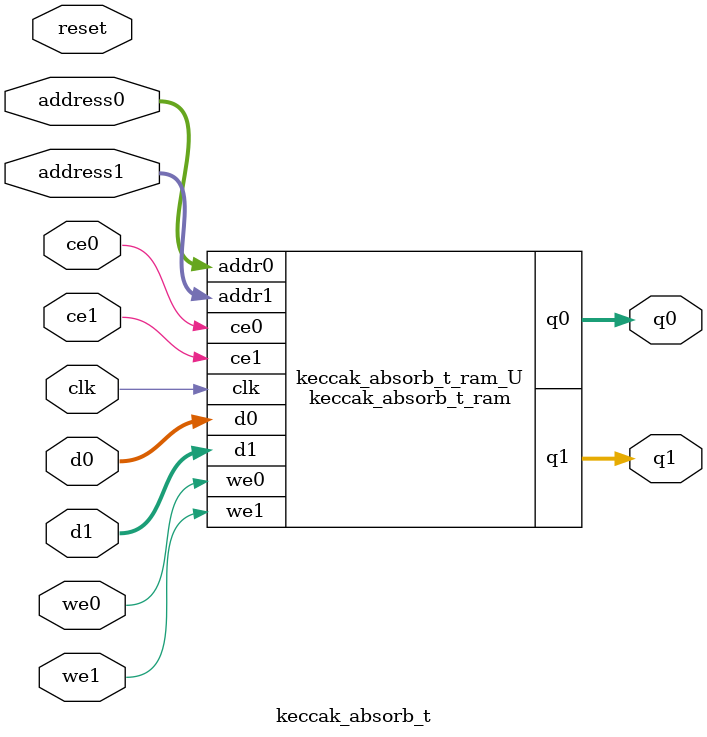
<source format=v>
`timescale 1 ns / 1 ps
module keccak_absorb_t_ram (addr0, ce0, d0, we0, q0, addr1, ce1, d1, we1, q1,  clk);

parameter DWIDTH = 8;
parameter AWIDTH = 8;
parameter MEM_SIZE = 200;

input[AWIDTH-1:0] addr0;
input ce0;
input[DWIDTH-1:0] d0;
input we0;
output reg[DWIDTH-1:0] q0;
input[AWIDTH-1:0] addr1;
input ce1;
input[DWIDTH-1:0] d1;
input we1;
output reg[DWIDTH-1:0] q1;
input clk;

(* ram_style = "block" *)reg [DWIDTH-1:0] ram[0:MEM_SIZE-1];




always @(posedge clk)  
begin 
    if (ce0) 
    begin
        if (we0) 
        begin 
            ram[addr0] <= d0; 
        end 
        q0 <= ram[addr0];
    end
end


always @(posedge clk)  
begin 
    if (ce1) 
    begin
        if (we1) 
        begin 
            ram[addr1] <= d1; 
        end 
        q1 <= ram[addr1];
    end
end


endmodule

`timescale 1 ns / 1 ps
module keccak_absorb_t(
    reset,
    clk,
    address0,
    ce0,
    we0,
    d0,
    q0,
    address1,
    ce1,
    we1,
    d1,
    q1);

parameter DataWidth = 32'd8;
parameter AddressRange = 32'd200;
parameter AddressWidth = 32'd8;
input reset;
input clk;
input[AddressWidth - 1:0] address0;
input ce0;
input we0;
input[DataWidth - 1:0] d0;
output[DataWidth - 1:0] q0;
input[AddressWidth - 1:0] address1;
input ce1;
input we1;
input[DataWidth - 1:0] d1;
output[DataWidth - 1:0] q1;



keccak_absorb_t_ram keccak_absorb_t_ram_U(
    .clk( clk ),
    .addr0( address0 ),
    .ce0( ce0 ),
    .we0( we0 ),
    .d0( d0 ),
    .q0( q0 ),
    .addr1( address1 ),
    .ce1( ce1 ),
    .we1( we1 ),
    .d1( d1 ),
    .q1( q1 ));

endmodule


</source>
